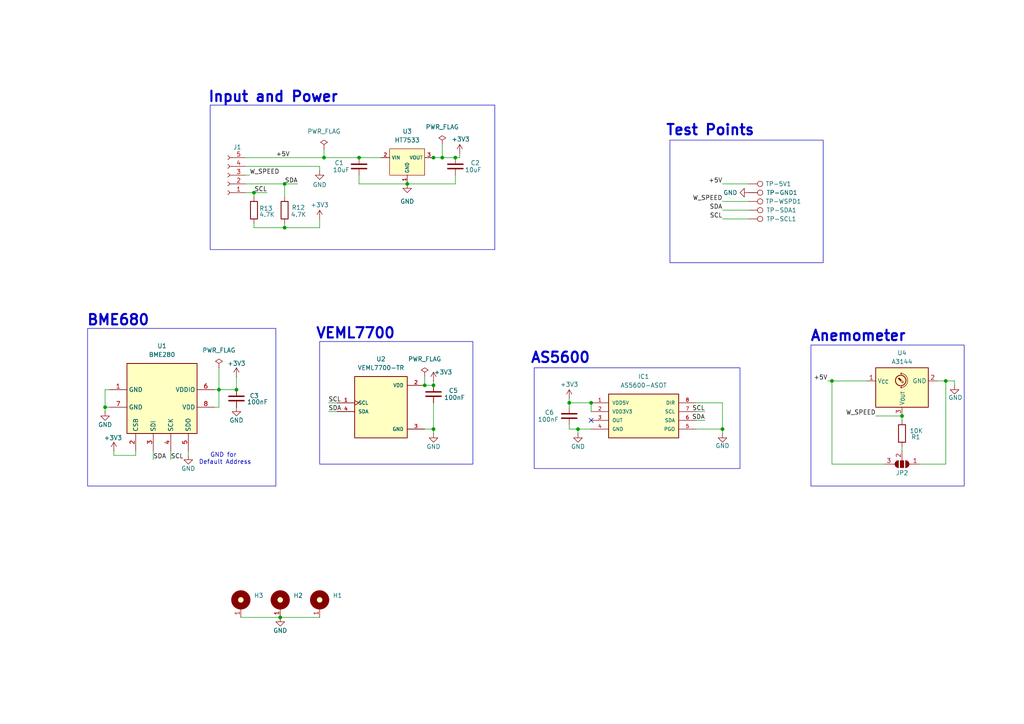
<source format=kicad_sch>
(kicad_sch (version 20250114) (generator "eeschema") (generator_version "9.0")
  (paper "A4")
  (lib_symbols
    (symbol "AS5600-ASOT:AS5600-ASOT" (pin_names (offset 1.016))
      (property "Reference" "IC" (at 6.35 5.08 0))
      (property "Value" "AS5600-ASOT" (at 6.35 -12.7 0))
      (symbol "AS5600-ASOT_0_0"
        (rectangle (start 5.08 -10.16) (end 25.4 2.54) (stroke (width 0.254)) (fill (type background)))
        (pin bidirectional line (at 0 0 0) (length 5.08) (name "VDD5V") (number "1"))
        (pin bidirectional line (at 0 -2.54 0) (length 5.08) (name "VDD3V3") (number "2"))
        (pin bidirectional line (at 0 -5.08 0) (length 5.08) (name "OUT") (number "3"))
        (pin bidirectional line (at 0 -7.62 0) (length 5.08) (name "GND") (number "4"))
        (pin bidirectional line (at 30.48 0 180) (length 5.08) (name "DIR") (number "8"))
        (pin bidirectional line (at 30.48 -2.54 180) (length 5.08) (name "SCL") (number "7"))
        (pin bidirectional line (at 30.48 -5.08 180) (length 5.08) (name "SDA") (number "6"))
        (pin bidirectional line (at 30.48 -7.62 180) (length 5.08) (name "PGO") (number "5"))
      )
    )
    (symbol "Connector:Conn_01x05_Socket" (pin_names (offset 1.016) (hide yes))
      (property "Reference" "J" (at 0 7.62 0))
      (property "Value" "Conn_01x05_Socket" (at 0 -7.62 0))
      (symbol "Conn_01x05_Socket_1_1"
        (polyline (pts (xy -1.27 5.08) (xy -0.508 5.08)) (stroke (width 0.1524)))
        (polyline (pts (xy -1.27 2.54) (xy -0.508 2.54)) (stroke (width 0.1524)))
        (polyline (pts (xy -1.27 0) (xy -0.508 0)) (stroke (width 0.1524)))
        (polyline (pts (xy -1.27 -2.54) (xy -0.508 -2.54)) (stroke (width 0.1524)))
        (polyline (pts (xy -1.27 -5.08) (xy -0.508 -5.08)) (stroke (width 0.1524)))
        (arc (start 0 4.572) (mid -0.5058 5.08) (end 0 5.588) (stroke (width 0.1524)))
        (arc (start 0 2.032) (mid -0.5058 2.54) (end 0 3.048) (stroke (width 0.1524)))
        (arc (start 0 -0.508) (mid -0.5058 0) (end 0 0.508) (stroke (width 0.1524)))
        (arc (start 0 -3.048) (mid -0.5058 -2.54) (end 0 -2.032) (stroke (width 0.1524)))
        (arc (start 0 -5.588) (mid -0.5058 -5.08) (end 0 -4.572) (stroke (width 0.1524)))
        (pin passive line (at -5.08 5.08 0) (length 3.81) (name "Pin_1") (number "1"))
        (pin passive line (at -5.08 2.54 0) (length 3.81) (name "Pin_2") (number "2"))
        (pin passive line (at -5.08 0 0) (length 3.81) (name "Pin_3") (number "3"))
        (pin passive line (at -5.08 -2.54 0) (length 3.81) (name "Pin_4") (number "4"))
        (pin passive line (at -5.08 -5.08 0) (length 3.81) (name "Pin_5") (number "5"))
      )
    )
    (symbol "Connector:TestPoint" (pin_numbers (hide yes)) (pin_names (offset 0.762) (hide yes))
      (property "Reference" "TP" (at 0 6.858 0))
      (property "Value" "TestPoint" (at 0 5.08 0))
      (symbol "TestPoint_0_1"
        (circle (center 0 3.302) (radius 0.762))
      )
      (symbol "TestPoint_1_1"
        (pin passive line (at 0 0 90) (length 2.54) (name "1") (number "1"))
      )
    )
    (symbol "Device:R" (pin_numbers (hide yes)) (pin_names (offset 0))
      (property "Reference" "R" (at 2.032 0 90))
      (property "Value" "R" (at 0 0 90))
      (symbol "R_0_1"
        (rectangle (start -1.016 -2.54) (end 1.016 2.54) (stroke (width 0.254)))
      )
      (symbol "R_1_1"
        (pin passive line (at 0 3.81 270) (length 1.27) (name "~") (number "1"))
        (pin passive line (at 0 -3.81 90) (length 1.27) (name "~") (number "2"))
      )
    )
    (symbol "Jumper:SolderJumper_3_Open" (pin_names (offset 0) (hide yes)) (in_bom no)
      (property "Reference" "JP" (at -2.54 -2.54 0))
      (property "Value" "SolderJumper_3_Open" (at 0 2.794 0))
      (symbol "SolderJumper_3_Open_0_1"
        (polyline (pts (xy -2.54 0) (xy -2.032 0)))
        (polyline (pts (xy -1.016 1.016) (xy -1.016 -1.016)))
        (arc (start -1.016 -1.016) (mid -2.0276 0) (end -1.016 1.016))
        (arc (start -1.016 -1.016) (mid -2.0276 0) (end -1.016 1.016) (fill (type outline)))
        (rectangle (start -0.508 1.016) (end 0.508 -1.016) (fill (type outline)))
        (polyline (pts (xy 0 -1.27) (xy 0 -1.016)))
        (arc (start 1.016 1.016) (mid 2.0276 0) (end 1.016 -1.016))
        (arc (start 1.016 1.016) (mid 2.0276 0) (end 1.016 -1.016) (fill (type outline)))
        (polyline (pts (xy 1.016 1.016) (xy 1.016 -1.016)))
        (polyline (pts (xy 2.54 0) (xy 2.032 0)))
      )
      (symbol "SolderJumper_3_Open_1_1"
        (pin passive line (at -5.08 0 0) (length 2.54) (name "A") (number "1"))
        (pin passive line (at 0 -3.81 90) (length 2.54) (name "C") (number "2"))
        (pin passive line (at 5.08 0 180) (length 2.54) (name "B") (number "3"))
      )
    )
    (symbol "PCM_JLCPCB-Power:LDO, 3.3V, 0.1A"
      (property "Reference" "U" (at 0 8.89 0))
      (property "Value" "HT7533" (at 0 6.35 0))
      (symbol "LDO, 3.3V, 0.1A_0_1"
        (rectangle (start -5.08 5.08) (end 5.08 -2.54) (fill (type background)))
      )
      (symbol "LDO, 3.3V, 0.1A_1_1"
        (pin unspecified line (at -7.62 2.54 0) (length 2.56) (name "VIN") (number "2"))
        (pin unspecified line (at 0 -5.08 90) (length 2.56) (name "GND") (number "1"))
        (pin unspecified line (at 7.62 2.54 180) (length 2.56) (name "VOUT") (number "3"))
      )
    )
    (symbol "PCM_SL_Devices:Capacitor_NP"
      (property "Reference" "C" (at 0 6.35 0))
      (property "Value" "Capacitor_NP" (at 0 3.81 0))
      (symbol "Capacitor_NP_0_1"
        (rectangle (start -0.762 2.286) (end -0.508 -2.286) (fill (type outline)))
        (rectangle (start 0.508 2.286) (end 0.762 -2.286) (fill (type outline)))
      )
      (symbol "Capacitor_NP_1_1"
        (pin passive line (at -2.54 0 0) (length 2) (name "~") (number "1"))
        (pin input line (at 2.54 0 180) (length 2) (name "~") (number "2"))
      )
    )
    (symbol "PCM_SL_Mechanical:MountingHole_M3_3.2mm_Pad"
      (property "Reference" "H" (at 0 7.62 0))
      (property "Value" "MountingHole_M3_3.2mm_Pad" (at 0 5.08 0))
      (symbol "MountingHole_M3_3.2mm_Pad_0_1"
        (circle (center 0 0) (radius 1.27) (fill (type background)))
        (circle (center 0 0) (radius 1.7961) (stroke (width 2)))
      )
      (symbol "MountingHole_M3_3.2mm_Pad_1_1"
        (pin passive line (at 0 -5.08 90) (length 2.54) (name "") (number "1"))
      )
    )
    (symbol "Sensor:BME280"
      (property "Reference" "U" (at -8.89 11.43 0))
      (property "Value" "BME280" (at 7.62 11.43 0))
      (symbol "BME280_0_1"
        (rectangle (start -10.16 10.16) (end 10.16 -10.16) (stroke (width 0.254)) (fill (type background)))
      )
      (symbol "BME280_1_1"
        (pin power_in line (at -2.54 15.24 270) (length 5.08) (name "VDDIO") (number "6"))
        (pin power_in line (at -2.54 -15.24 90) (length 5.08) (name "GND") (number "1"))
        (pin power_in line (at 2.54 15.24 270) (length 5.08) (name "VDD") (number "8"))
        (pin power_in line (at 2.54 -15.24 90) (length 5.08) (name "GND") (number "7"))
        (pin bidirectional line (at 15.24 7.62 180) (length 5.08) (name "SDO") (number "5"))
        (pin input line (at 15.24 2.54 180) (length 5.08) (name "SCK") (number "4"))
        (pin bidirectional line (at 15.24 -2.54 180) (length 5.08) (name "SDI") (number "3"))
        (pin input line (at 15.24 -7.62 180) (length 5.08) (name "CSB") (number "2"))
      )
    )
    (symbol "Sensor_Magnetic:A1302xUA"
      (property "Reference" "U" (at 0 11.43 0))
      (property "Value" "A1302xUA" (at 0 8.89 0))
      (symbol "A1302xUA_0_1"
        (rectangle (start -6.35 7.62) (end 5.08 -7.62) (stroke (width 0.254)) (fill (type background)))
        (polyline (pts (xy -4.699 0.381) (xy -4.953 0.127)))
        (polyline (pts (xy -4.699 0.381) (xy -4.445 0.127)))
        (polyline (pts (xy -3.4544 0.8382) (xy -2.8702 0.254) (xy -2.6162 0.508) (xy -3.2004 1.0922) (xy -3.4544 0.8382)) (fill (type outline)))
        (arc (start -0.635 0.381) (mid -2.667 -1.651) (end -4.699 0.381))
        (polyline (pts (xy -0.635 0.381) (xy -0.889 0.127)))
        (polyline (pts (xy -0.635 0.381) (xy -0.381 0.127)))
      )
      (symbol "A1302xUA_1_1"
        (circle (center -2.667 0.381) (radius 1.524) (stroke (width 0.254)))
        (polyline (pts (xy -2.6162 0.508) (xy -1.9304 -0.1778) (xy -2.1844 -0.4318) (xy -2.8702 0.254)))
        (pin power_in line (at -2.54 10.16 270) (length 2.54) (name "V_{CC}") (number "1"))
        (pin power_in line (at -2.54 -10.16 90) (length 2.54) (name "GND") (number "2"))
        (pin output line (at 7.62 0 180) (length 2.54) (name "V_{OUT}") (number "3"))
      )
    )
    (symbol "VEML7700-TR:VEML7700-TR" (pin_names (offset 1.016))
      (property "Reference" "U" (at -7.62 10.795 0))
      (property "Value" "VEML7700-TR" (at -7.62 -10.16 0))
      (symbol "VEML7700-TR_0_0"
        (rectangle (start -7.62 -7.62) (end 7.62 10.16) (stroke (width 0.254)) (fill (type background)))
        (pin input clock (at -12.7 2.54 0) (length 5.08) (name "SCL") (number "1"))
        (pin bidirectional line (at -12.7 0 0) (length 5.08) (name "SDA") (number "4"))
        (pin power_in line (at 12.7 7.62 180) (length 5.08) (name "VDD") (number "2"))
        (pin power_in line (at 12.7 -5.08 180) (length 5.08) (name "GND") (number "3"))
      )
    )
    (symbol "power:+3V3" (power) (pin_numbers (hide yes)) (pin_names (offset 0) (hide yes))
      (property "Value" "+3V3" (at 0 3.556 0))
      (symbol "+3V3_0_1"
        (polyline (pts (xy -0.762 1.27) (xy 0 2.54)))
        (polyline (pts (xy 0 2.54) (xy 0.762 1.27)))
        (polyline (pts (xy 0 0) (xy 0 2.54)))
      )
      (symbol "+3V3_1_1"
        (pin power_in line (at 0 0 90) (length 0) (name "~") (number "1"))
      )
    )
    (symbol "power:GND" (power) (pin_numbers (hide yes)) (pin_names (offset 0) (hide yes))
      (property "Value" "GND" (at 0 -3.81 0))
      (symbol "GND_0_1"
        (polyline (pts (xy 0 0) (xy 0 -1.27) (xy 1.27 -1.27) (xy 0 -2.54) (xy -1.27 -1.27) (xy 0 -1.27)))
      )
      (symbol "GND_1_1"
        (pin power_in line (at 0 0 270) (length 0) (name "~") (number "1"))
      )
    )
    (symbol "power:PWR_FLAG" (power) (pin_numbers (hide yes)) (pin_names (offset 0) (hide yes))
      (property "Value" "PWR_FLAG" (at 0 3.81 0))
      (symbol "PWR_FLAG_0_0"
        (pin power_out line (at 0 0 90) (length 0) (name "~") (number "1"))
      )
      (symbol "PWR_FLAG_0_1"
        (polyline (pts (xy 0 0) (xy 0 1.27) (xy -1.016 1.905) (xy 0 2.54) (xy 1.016 1.905) (xy 0 1.27)))
      )
    )
  )
  (rectangle (start 154.94 106.68) (end 214.63 135.89))
  (rectangle (start 194.31 40.64) (end 238.76 76.2))
  (rectangle (start 92.71 99.06) (end 137.16 134.62))
  (rectangle (start 235.204 100.076) (end 279.654 140.97))
  (rectangle (start 60.96 30.48) (end 143.51 72.39))
  (rectangle (start 25.4 95.25) (end 80.01 140.97))
  (text "Anemometer" (at 248.92 97.536 0) (effects (font (size 3 3) (thickness 0.6) (bold yes))))
  (text "AS5600" (at 162.56 103.886 0) (effects (font (size 3 3) (thickness 0.6) (bold yes))))
  (text "VEML7700\n" (at 103.124 96.774 0) (effects (font (size 3 3) (thickness 0.6) (bold yes))))
  (text "Input and Power" (at 79.248 28.194 0) (effects (font (size 3 3) (thickness 0.6) (bold yes))))
  (text "GND for \nDefault Address" (at 65.278 133.096 0) (effects (font (size 1.27 1.27))))
  (text "BME680\n" (at 34.29 92.964 0) (effects (font (size 3 3) (thickness 0.6) (bold yes))))
  (text "Test Points" (at 205.994 37.846 0) (effects (font (size 3 3) (thickness 0.6) (bold yes))))
  (junction (at 118.11 53.34))
  (junction (at 82.55 66.04))
  (junction (at 261.62 120.65))
  (junction (at 171.45 116.84))
  (junction (at 123.19 111.76))
  (junction (at 167.64 124.46))
  (junction (at 93.98 45.72))
  (junction (at 81.28 179.07))
  (junction (at 82.55 53.34))
  (junction (at 128.27 45.72))
  (junction (at 132.08 45.72))
  (junction (at 104.14 45.72))
  (junction (at 63.5 113.03))
  (junction (at 68.58 113.03))
  (junction (at 241.3 110.49))
  (junction (at 125.73 45.72))
  (junction (at 30.48 118.11))
  (junction (at 125.73 111.76))
  (junction (at 165.1 116.84))
  (junction (at 209.55 124.46))
  (junction (at 73.66 55.88))
  (junction (at 274.32 110.49))
  (junction (at 125.73 124.46))
  (no_connect (at 171.45 121.92))
  (wire (pts (xy 165.1 123.19) (xy 165.1 124.46)))
  (wire (pts (xy 92.71 48.26) (xy 92.71 49.53)))
  (wire (pts (xy 133.35 44.45) (xy 133.35 45.72)))
  (wire (pts (xy 73.66 55.88) (xy 71.12 55.88)))
  (wire (pts (xy 30.48 113.03) (xy 31.75 113.03)))
  (wire (pts (xy 167.64 125.73) (xy 167.64 124.46)))
  (wire (pts (xy 73.66 66.04) (xy 73.66 64.77)))
  (wire (pts (xy 240.03 110.49) (xy 241.3 110.49)))
  (wire (pts (xy 54.61 130.81) (xy 54.61 132.08)))
  (wire (pts (xy 274.32 110.49) (xy 274.32 134.62)))
  (wire (pts (xy 73.66 55.88) (xy 73.66 57.15)))
  (wire (pts (xy 39.37 132.08) (xy 33.02 132.08)))
  (wire (pts (xy 82.55 53.34) (xy 82.55 57.15)))
  (wire (pts (xy 165.1 116.84) (xy 165.1 118.11)))
  (wire (pts (xy 171.45 116.84) (xy 165.1 116.84)))
  (wire (pts (xy 125.73 116.84) (xy 125.73 124.46)))
  (wire (pts (xy 68.58 109.22) (xy 68.58 113.03)))
  (wire (pts (xy 30.48 118.11) (xy 31.75 118.11)))
  (wire (pts (xy 165.1 115.57) (xy 165.1 116.84)))
  (wire (pts (xy 132.08 45.72) (xy 133.35 45.72)))
  (wire (pts (xy 125.73 45.72) (xy 128.27 45.72)))
  (wire (pts (xy 266.7 134.62) (xy 274.32 134.62)))
  (wire (pts (xy 93.98 43.18) (xy 93.98 45.72)))
  (wire (pts (xy 261.62 121.92) (xy 261.62 120.65)))
  (wire (pts (xy 276.86 110.49) (xy 276.86 111.76)))
  (wire (pts (xy 82.55 66.04) (xy 92.71 66.04)))
  (wire (pts (xy 63.5 113.03) (xy 68.58 113.03)))
  (wire (pts (xy 125.73 45.72) (xy 124.46 45.72)))
  (wire (pts (xy 209.55 58.42) (xy 217.17 58.42)))
  (wire (pts (xy 125.73 124.46) (xy 125.73 125.73)))
  (wire (pts (xy 128.27 41.91) (xy 128.27 45.72)))
  (wire (pts (xy 132.08 45.72) (xy 128.27 45.72)))
  (wire (pts (xy 104.14 53.34) (xy 118.11 53.34)))
  (wire (pts (xy 241.3 134.62) (xy 241.3 110.49)))
  (wire (pts (xy 254 120.65) (xy 261.62 120.65)))
  (wire (pts (xy 201.93 124.46) (xy 209.55 124.46)))
  (wire (pts (xy 125.73 110.49) (xy 125.73 111.76)))
  (wire (pts (xy 123.19 124.46) (xy 125.73 124.46)))
  (wire (pts (xy 123.19 109.22) (xy 123.19 111.76)))
  (wire (pts (xy 276.86 110.49) (xy 274.32 110.49)))
  (wire (pts (xy 39.37 132.08) (xy 39.37 130.81)))
  (wire (pts (xy 77.47 55.88) (xy 73.66 55.88)))
  (wire (pts (xy 33.02 132.08) (xy 33.02 130.81)))
  (wire (pts (xy 209.55 60.96) (xy 217.17 60.96)))
  (wire (pts (xy 93.98 45.72) (xy 104.14 45.72)))
  (wire (pts (xy 271.78 110.49) (xy 274.32 110.49)))
  (wire (pts (xy 171.45 116.84) (xy 171.45 119.38)))
  (wire (pts (xy 201.93 119.38) (xy 204.47 119.38)))
  (wire (pts (xy 30.48 113.03) (xy 30.48 118.11)))
  (wire (pts (xy 201.93 121.92) (xy 204.47 121.92)))
  (wire (pts (xy 132.08 53.34) (xy 132.08 50.8)))
  (wire (pts (xy 49.53 130.81) (xy 49.53 133.35)))
  (wire (pts (xy 118.11 53.34) (xy 132.08 53.34)))
  (wire (pts (xy 256.54 134.62) (xy 241.3 134.62)))
  (wire (pts (xy 71.12 45.72) (xy 93.98 45.72)))
  (wire (pts (xy 201.93 116.84) (xy 209.55 116.84)))
  (wire (pts (xy 82.55 53.34) (xy 71.12 53.34)))
  (wire (pts (xy 82.55 53.34) (xy 86.36 53.34)))
  (wire (pts (xy 209.55 53.34) (xy 217.17 53.34)))
  (wire (pts (xy 30.48 119.38) (xy 30.48 118.11)))
  (wire (pts (xy 63.5 113.03) (xy 63.5 118.11)))
  (wire (pts (xy 104.14 50.8) (xy 104.14 53.34)))
  (wire (pts (xy 63.5 113.03) (xy 62.23 113.03)))
  (wire (pts (xy 209.55 116.84) (xy 209.55 124.46)))
  (wire (pts (xy 241.3 110.49) (xy 251.46 110.49)))
  (wire (pts (xy 209.55 124.46) (xy 209.55 125.73)))
  (wire (pts (xy 44.45 130.81) (xy 44.45 133.35)))
  (wire (pts (xy 63.5 106.68) (xy 63.5 113.03)))
  (wire (pts (xy 81.28 179.07) (xy 92.71 179.07)))
  (wire (pts (xy 167.64 124.46) (xy 171.45 124.46)))
  (wire (pts (xy 104.14 45.72) (xy 110.49 45.72)))
  (wire (pts (xy 71.12 48.26) (xy 92.71 48.26)))
  (wire (pts (xy 261.62 129.54) (xy 261.62 130.81)))
  (wire (pts (xy 69.85 179.07) (xy 81.28 179.07)))
  (wire (pts (xy 72.39 50.8) (xy 71.12 50.8)))
  (wire (pts (xy 123.19 111.76) (xy 125.73 111.76)))
  (wire (pts (xy 82.55 66.04) (xy 73.66 66.04)))
  (wire (pts (xy 209.55 63.5) (xy 217.17 63.5)))
  (wire (pts (xy 63.5 118.11) (xy 62.23 118.11)))
  (wire (pts (xy 95.25 116.84) (xy 97.79 116.84)))
  (wire (pts (xy 82.55 66.04) (xy 82.55 64.77)))
  (wire (pts (xy 165.1 124.46) (xy 167.64 124.46)))
  (wire (pts (xy 92.71 63.5) (xy 92.71 66.04)))
  (wire (pts (xy 95.25 119.38) (xy 97.79 119.38)))
  (label "SDA" (at 204.47 121.92 180))
  (label "W_SPEED" (at 72.39 50.8 0))
  (label "W_SPEED" (at 209.55 58.42 180))
  (label "SDA" (at 95.25 119.38 0))
  (label "SDA" (at 44.45 133.35 0))
  (label "SCL" (at 95.25 116.84 0))
  (label "SDA" (at 209.55 60.96 180))
  (label "+5V" (at 209.55 53.34 180))
  (label "SCL" (at 209.55 63.5 180))
  (label "+5V" (at 240.03 110.49 180))
  (label "+5V" (at 80.01 45.72 0))
  (label "SCL" (at 49.53 133.35 0))
  (label "W_SPEED" (at 254 120.65 180))
  (label "SDA" (at 86.36 53.34 180))
  (label "SCL" (at 204.47 119.38 180))
  (label "SCL" (at 77.47 55.88 180))
  (symbol (lib_id "power:+3V3") (at 68.58 109.22 0) (unit 1)
    (property "Reference" "#PWR09" (effects (hide yes)))
    (property "Value" "+3V3" (at 68.58 105.41 0))
    (property "Description" "Power symbol creates a global label with name \"+3V3\"" (effects (hide yes)))
  )
  (symbol (lib_id "Sensor:BME280") (at 46.99 115.57 270) (unit 1)
    (property "Reference" "U1" (at 46.99 100.33 90))
    (property "Value" "BME280" (at 46.99 102.87 90))
    (property "Footprint" "Package_LGA:Bosch_LGA-8_2.5x2.5mm_P0.65mm_ClockwisePinNumbering" (effects (hide yes)))
    (property "Datasheet" "https://www.bosch-sensortec.com/media/boschsensortec/downloads/datasheets/bst-bme280-ds002.pdf" (effects (hide yes)))
    (property "Description" "3-in-1 sensor, humidity, pressure, temperature, I2C and SPI interface, 1.71-3.6V, LGA-8" (effects (hide yes)))
  )
  (symbol (lib_id "PCM_SL_Devices:Capacitor_NP") (at 68.58 115.57 270) (mirror x) (unit 1)
    (property "Reference" "C3" (at 72.39 114.808 90) (effects (justify left)))
    (property "Value" "100nF" (at 71.628 116.586 90) (effects (justify left)))
    (property "Footprint" "Capacitor_SMD:C_1206_3216Metric_Pad1.33x1.80mm_HandSolder" (effects (hide yes)))
    (property "Description" "Unpolarized Capacitor" (effects (hide yes)))
  )
  (symbol (lib_id "Connector:TestPoint") (at 217.17 53.34 270) (unit 1)
    (property "Reference" "TP-5V1" (at 221.996 53.34 90) (effects (justify left)))
    (property "Value" "TestPoint" (effects (hide yes)))
    (property "Footprint" "TestPoint:TestPoint_THTPad_D1.5mm_Drill0.7mm" (effects (hide yes)))
    (property "Description" "test point" (effects (hide yes)))
  )
  (symbol (lib_id "Connector:TestPoint") (at 217.17 60.96 270) (unit 1)
    (property "Reference" "TP-SDA1" (at 222.25 60.96 90) (effects (justify left)))
    (property "Value" "TestPoint" (effects (hide yes)))
    (property "Footprint" "TestPoint:TestPoint_THTPad_D1.5mm_Drill0.7mm" (effects (hide yes)))
    (property "Description" "test point" (effects (hide yes)))
  )
  (symbol (lib_id "power:GND") (at 68.58 118.11 0) (unit 1)
    (property "Reference" "#PWR02" (effects (hide yes)))
    (property "Value" "GND" (at 68.58 121.92 0))
    (property "Description" "Power symbol creates a global label with name \"GND\" , ground" (effects (hide yes)))
  )
  (symbol (lib_id "power:GND") (at 217.17 55.88 270) (mirror x) (unit 1)
    (property "Reference" "#PWR03" (effects (hide yes)))
    (property "Value" "GND" (at 211.836 55.88 90))
    (property "Description" "Power symbol creates a global label with name \"GND\" , ground" (effects (hide yes)))
  )
  (symbol (lib_id "Device:R") (at 261.62 125.73 180) (unit 1)
    (property "Reference" "R1" (at 266.954 126.746 0) (effects (justify left)))
    (property "Value" "10K" (at 267.716 124.968 0) (effects (justify left)))
    (property "Footprint" "Resistor_SMD:R_1206_3216Metric" (effects (hide yes)))
    (property "Description" "Resistor" (effects (hide yes)))
  )
  (symbol (lib_id "power:+3V3") (at 33.02 130.81 0) (unit 1)
    (property "Reference" "#PWR010" (effects (hide yes)))
    (property "Value" "+3V3" (at 32.766 127 0))
    (property "Description" "Power symbol creates a global label with name \"+3V3\"" (effects (hide yes)))
  )
  (symbol (lib_id "Connector:Conn_01x05_Socket") (at 66.04 50.8 180) (unit 1)
    (property "Reference" "J1" (at 68.834 42.672 0))
    (property "Value" "Conn_01x05_Socket" (effects (hide yes)))
    (property "Footprint" "Connector_Hirose:Hirose_DF13-05P-1.25DSA_1x05_P1.25mm_Vertical" (effects (hide yes)))
    (property "Description" "Generic connector, single row, 01x05, script generated" (effects (hide yes)))
  )
  (symbol (lib_id "power:PWR_FLAG") (at 93.98 43.18 0) (unit 1)
    (property "Reference" "#FLG06" (effects (hide yes)))
    (property "Value" "PWR_FLAG" (at 93.98 38.1 0))
    (property "Description" "Special symbol for telling ERC where power comes from" (effects (hide yes)))
  )
  (symbol (lib_id "power:PWR_FLAG") (at 128.27 41.91 0) (unit 1)
    (property "Reference" "#FLG01" (effects (hide yes)))
    (property "Value" "PWR_FLAG" (at 128.27 36.83 0))
    (property "Description" "Special symbol for telling ERC where power comes from" (effects (hide yes)))
  )
  (symbol (lib_id "PCM_SL_Mechanical:MountingHole_M3_3.2mm_Pad") (at 92.71 173.99 0) (unit 1)
    (property "Reference" "H1" (at 96.52 172.7199 0) (effects (justify left)))
    (property "Value" "MountingHole_M3_3.2mm_Pad" (effects (hide yes)))
    (property "Footprint" "MountingHole:MountingHole_3.2mm_M3_ISO7380_Pad" (effects (hide yes)))
    (property "Description" "3.2mm Diameter Mounting Hole Pad (M3)" (effects (hide yes)))
  )
  (symbol (lib_id "AS5600-ASOT:AS5600-ASOT") (at 171.45 116.84 0) (unit 1)
    (property "Reference" "IC1" (at 186.69 109.22 0))
    (property "Value" "AS5600-ASOT" (at 186.69 111.76 0))
    (property "Footprint" "AS5600-ASOT:SOIC127P600X175-8N" (effects (hide yes)))
    (property "MANUFACTURER_NAME" "ams" (effects (hide yes)))
    (property "MF" "ams" (effects (hide yes)))
    (property "MOUSER_PRICE-STOCK" "https://www.mouser.co.uk/ProductDetail/ams/AS5600-ASOT?qs=KTMMzrZdriGJpjhsnAEYBA%3D%3D" (effects (hide yes)))
    (property "DESCRIPTION" "Board Mount Hall Effect / Magnetic Sensors AS5600 Magnetic Sensor 12-Bit" (effects (hide yes)))
    (property "MOUSER_PART_NUMBER" "985-AS5600-ASOT" (effects (hide yes)))
    (property "Price" "None" (effects (hide yes)))
    (property "Package" "SOIC-8 ams" (effects (hide yes)))
    (property "Check_prices" "https://www.snapeda.com/parts/AS5600-ASOT/ams/view-part/?ref=eda" (effects (hide yes)))
    (property "HEIGHT" "1.75mm" (effects (hide yes)))
    (property "MP" "AS5600-ASOT" (effects (hide yes)))
    (property "SnapEDA_Link" "https://www.snapeda.com/parts/AS5600-ASOT/ams/view-part/?ref=snap" (effects (hide yes)))
    (property "ARROW_PRICE-STOCK" "https://www.arrow.com/en/products/as5600-asot/ams-ag?region=nac" (effects (hide yes)))
    (property "ARROW_PART_NUMBER" "AS5600-ASOT" (effects (hide yes)))
    (property "Description_1" "Hall Effect Sensor Angle External Magnet, Not Included Gull Wing" (effects (hide yes)))
    (property "Availability" "In Stock" (effects (hide yes)))
    (property "MANUFACTURER_PART_NUMBER" "AS5600-ASOT" (effects (hide yes)))
  )
  (symbol (lib_id "power:GND") (at 209.55 125.73 0) (mirror y) (unit 1)
    (property "Reference" "#PWR013" (effects (hide yes)))
    (property "Value" "GND" (at 209.55 129.286 0))
    (property "Description" "Power symbol creates a global label with name \"GND\" , ground" (effects (hide yes)))
  )
  (symbol (lib_id "power:+3V3") (at 165.1 115.57 0) (unit 1)
    (property "Reference" "#PWR015" (effects (hide yes)))
    (property "Value" "+3V3" (at 165.1 111.506 0))
    (property "Description" "Power symbol creates a global label with name \"+3V3\"" (effects (hide yes)))
  )
  (symbol (lib_id "power:PWR_FLAG") (at 123.19 109.22 0) (unit 1)
    (property "Reference" "#FLG05" (effects (hide yes)))
    (property "Value" "PWR_FLAG" (at 123.19 104.14 0))
    (property "Description" "Special symbol for telling ERC where power comes from" (effects (hide yes)))
  )
  (symbol (lib_id "PCM_SL_Mechanical:MountingHole_M3_3.2mm_Pad") (at 81.28 173.99 0) (unit 1)
    (property "Reference" "H2" (at 85.09 172.7199 0) (effects (justify left)))
    (property "Value" "MountingHole_M3_3.2mm_Pad" (effects (hide yes)))
    (property "Footprint" "MountingHole:MountingHole_3.2mm_M3_ISO7380_Pad" (effects (hide yes)))
    (property "Description" "3.2mm Diameter Mounting Hole Pad (M3)" (effects (hide yes)))
  )
  (symbol (lib_id "power:GND") (at 81.28 179.07 0) (unit 1)
    (property "Reference" "#PWR022" (effects (hide yes)))
    (property "Value" "GND" (at 81.28 182.88 0))
    (property "Description" "Power symbol creates a global label with name \"GND\" , ground" (effects (hide yes)))
  )
  (symbol (lib_id "power:GND") (at 30.48 119.38 0) (unit 1)
    (property "Reference" "#PWR06" (effects (hide yes)))
    (property "Value" "GND" (at 30.48 123.19 0))
    (property "Description" "Power symbol creates a global label with name \"GND\" , ground" (effects (hide yes)))
  )
  (symbol (lib_id "PCM_SL_Devices:Capacitor_NP") (at 104.14 48.26 90) (unit 1)
    (property "Reference" "C1" (at 97.028 47.2439 90) (effects (justify right)))
    (property "Value" "10uF" (at 96.52 49.276 90) (effects (justify right)))
    (property "Footprint" "Capacitor_SMD:C_1206_3216Metric_Pad1.33x1.80mm_HandSolder" (effects (hide yes)))
    (property "Description" "Unpolarized Capacitor" (effects (hide yes)))
  )
  (symbol (lib_id "PCM_SL_Devices:Capacitor_NP") (at 165.1 120.65 90) (unit 1)
    (property "Reference" "C6" (at 157.988 119.6339 90) (effects (justify right)))
    (property "Value" "100nF" (at 155.956 121.666 90) (effects (justify right)))
    (property "Footprint" "Capacitor_SMD:C_1206_3216Metric_Pad1.33x1.80mm_HandSolder" (effects (hide yes)))
    (property "Description" "Unpolarized Capacitor" (effects (hide yes)))
  )
  (symbol (lib_id "Jumper:SolderJumper_3_Open") (at 261.62 134.62 180) (unit 1) (in_bom no)
    (property "Reference" "JP2" (at 261.62 137.16 0))
    (property "Value" "SolderJumper_3_Open" (effects (hide yes)))
    (property "Footprint" "Jumper:SolderJumper-3_P1.3mm_Open_RoundedPad1.0x1.5mm" (effects (hide yes)))
    (property "Description" "Solder Jumper, 3-pole, open" (effects (hide yes)))
  )
  (symbol (lib_id "PCM_SL_Devices:Capacitor_NP") (at 125.73 114.3 270) (mirror x) (unit 1)
    (property "Reference" "C5" (at 132.842 113.2839 90) (effects (justify right)))
    (property "Value" "100nF" (at 134.874 115.316 90) (effects (justify right)))
    (property "Footprint" "Capacitor_SMD:C_1206_3216Metric_Pad1.33x1.80mm_HandSolder" (effects (hide yes)))
    (property "Description" "Unpolarized Capacitor" (effects (hide yes)))
  )
  (symbol (lib_id "power:GND") (at 276.86 111.76 0) (unit 1)
    (property "Reference" "#PWR01" (effects (hide yes)))
    (property "Value" "GND" (at 277.114 115.316 0))
    (property "Description" "Power symbol creates a global label with name \"GND\" , ground" (effects (hide yes)))
  )
  (symbol (lib_id "Connector:TestPoint") (at 217.17 58.42 270) (unit 1)
    (property "Reference" "TP-WSPD1" (at 221.996 58.42 90) (effects (justify left)))
    (property "Value" "TestPoint" (effects (hide yes)))
    (property "Footprint" "TestPoint:TestPoint_THTPad_D1.5mm_Drill0.7mm" (effects (hide yes)))
    (property "Description" "test point" (effects (hide yes)))
  )
  (symbol (lib_id "power:GND") (at 92.71 49.53 0) (mirror y) (unit 1)
    (property "Reference" "#PWR014" (effects (hide yes)))
    (property "Value" "GND" (at 92.71 53.594 0))
    (property "Description" "Power symbol creates a global label with name \"GND\" , ground" (effects (hide yes)))
  )
  (symbol (lib_id "Sensor_Magnetic:A1302xUA") (at 261.62 113.03 90) (mirror x) (unit 1)
    (property "Reference" "U4" (at 261.62 102.362 90))
    (property "Value" "A3144" (at 261.62 104.902 90))
    (property "Footprint" "Package_TO_SOT_THT:TO-92S" (effects (hide yes)))
    (property "Datasheet" "http://www.allegromicro.com/~/media/Files/Datasheets/A1301-2-Datasheet.ashx" (effects (hide yes)))
    (property "Description" "Linear Hall Effect Sensor, 1.3 mV/G, 4.5-6.0V supply, TO-92S (3-pin SIP)" (effects (hide yes)))
  )
  (symbol (lib_id "PCM_SL_Devices:Capacitor_NP") (at 132.08 48.26 270) (mirror x) (unit 1)
    (property "Reference" "C2" (at 139.192 47.2439 90) (effects (justify right)))
    (property "Value" "10uF" (at 139.7 49.276 90) (effects (justify right)))
    (property "Footprint" "Capacitor_SMD:C_1206_3216Metric_Pad1.33x1.80mm_HandSolder" (effects (hide yes)))
    (property "Description" "Unpolarized Capacitor" (effects (hide yes)))
  )
  (symbol (lib_id "PCM_SL_Mechanical:MountingHole_M3_3.2mm_Pad") (at 69.85 173.99 0) (unit 1)
    (property "Reference" "H3" (at 73.66 172.7199 0) (effects (justify left)))
    (property "Value" "MountingHole_M3_3.2mm_Pad" (effects (hide yes)))
    (property "Footprint" "MountingHole:MountingHole_3.2mm_M3_ISO7380_Pad" (effects (hide yes)))
    (property "Description" "3.2mm Diameter Mounting Hole Pad (M3)" (effects (hide yes)))
  )
  (symbol (lib_id "power:GND") (at 125.73 125.73 0) (unit 1)
    (property "Reference" "#PWR011" (effects (hide yes)))
    (property "Value" "GND" (at 125.73 129.54 0))
    (property "Description" "Power symbol creates a global label with name \"GND\" , ground" (effects (hide yes)))
  )
  (symbol (lib_id "Device:R") (at 82.55 60.96 0) (mirror y) (unit 1)
    (property "Reference" "R12" (at 84.582 60.198 0) (effects (justify right)))
    (property "Value" "4.7K" (at 84.328 62.23 0) (effects (justify right)))
    (property "Footprint" "Resistor_SMD:R_1206_3216Metric" (effects (hide yes)))
    (property "Description" "Resistor" (effects (hide yes)))
  )
  (symbol (lib_id "power:+3V3") (at 133.35 44.45 0) (unit 1)
    (property "Reference" "#PWR05" (effects (hide yes)))
    (property "Value" "+3V3" (at 133.604 40.386 0))
    (property "Description" "Power symbol creates a global label with name \"+3V3\"" (effects (hide yes)))
  )
  (symbol (lib_id "power:GND") (at 118.11 53.34 0) (unit 1)
    (property "Reference" "#PWR04" (effects (hide yes)))
    (property "Value" "GND" (at 118.11 58.42 0))
    (property "Description" "Power symbol creates a global label with name \"GND\" , ground" (effects (hide yes)))
  )
  (symbol (lib_id "Connector:TestPoint") (at 217.17 55.88 270) (unit 1)
    (property "Reference" "TP-GND1" (at 222.25 55.88 90) (effects (justify left)))
    (property "Value" "TestPoint" (effects (hide yes)))
    (property "Footprint" "TestPoint:TestPoint_THTPad_D1.5mm_Drill0.7mm" (effects (hide yes)))
    (property "Description" "test point" (effects (hide yes)))
  )
  (symbol (lib_id "power:+3V3") (at 92.71 63.5 0) (unit 1)
    (property "Reference" "#PWR027" (effects (hide yes)))
    (property "Value" "+3V3" (at 92.71 59.436 0))
    (property "Description" "Power symbol creates a global label with name \"+3V3\"" (effects (hide yes)))
  )
  (symbol (lib_id "power:PWR_FLAG") (at 63.5 106.68 0) (unit 1)
    (property "Reference" "#FLG03" (effects (hide yes)))
    (property "Value" "PWR_FLAG" (at 63.5 101.6 0))
    (property "Description" "Special symbol for telling ERC where power comes from" (effects (hide yes)))
  )
  (symbol (lib_id "power:GND") (at 167.64 125.73 0) (unit 1)
    (property "Reference" "#PWR012" (effects (hide yes)))
    (property "Value" "GND" (at 167.64 129.54 0))
    (property "Description" "Power symbol creates a global label with name \"GND\" , ground" (effects (hide yes)))
  )
  (symbol (lib_id "Connector:TestPoint") (at 217.17 63.5 270) (unit 1)
    (property "Reference" "TP-SCL1" (at 222.25 63.5 90) (effects (justify left)))
    (property "Value" "TestPoint" (effects (hide yes)))
    (property "Footprint" "TestPoint:TestPoint_THTPad_D1.5mm_Drill0.7mm" (effects (hide yes)))
    (property "Description" "test point" (effects (hide yes)))
  )
  (symbol (lib_id "power:+3V3") (at 125.73 110.49 0) (unit 1)
    (property "Reference" "#PWR021" (effects (hide yes)))
    (property "Value" "+3V3" (at 128.524 107.95 0))
    (property "Description" "Power symbol creates a global label with name \"+3V3\"" (effects (hide yes)))
  )
  (symbol (lib_id "power:GND") (at 54.61 132.08 0) (unit 1)
    (property "Reference" "#PWR08" (effects (hide yes)))
    (property "Value" "GND" (at 54.61 135.89 0))
    (property "Description" "Power symbol creates a global label with name \"GND\" , ground" (effects (hide yes)))
  )
  (symbol (lib_id "Device:R") (at 73.66 60.96 0) (mirror y) (unit 1)
    (property "Reference" "R13" (at 75.184 60.452 0) (effects (justify right)))
    (property "Value" "4.7K" (at 75.184 62.23 0) (effects (justify right)))
    (property "Footprint" "Resistor_SMD:R_1206_3216Metric" (effects (hide yes)))
    (property "Description" "Resistor" (effects (hide yes)))
  )
  (symbol (lib_id "PCM_JLCPCB-Power:LDO, 3.3V, 0.1A") (at 118.11 48.26 0) (unit 1)
    (property "Reference" "U3" (at 118.11 38.1 0))
    (property "Value" "HT7533" (at 118.11 40.64 0))
    (property "Footprint" "PCM_JLCPCB:SOT-89-3_L4.5-W2.5-P1.50-LS4.2-BR" (effects (hide yes)))
    (property "Datasheet" "https://www.lcsc.com/datasheet/lcsc_datasheet_2312191111_Holtek-Semicon-HT7533-1_C14289.pdf" (effects (hide yes)))
    (property "Description" "100mA Fixed 3.3V Positive electrode 30V SOT-89-3 Voltage Regulators - Linear, Low Drop Out (LDO) Regulators ROHS" (effects (hide yes)))
    (property "LCSC" "C14289" (effects (hide yes)))
    (property "Stock" "103659" (effects (hide yes)))
    (property "Price" "0.113USD" (effects (hide yes)))
    (property "Process" "SMT" (effects (hide yes)))
    (property "Minimum Qty" "5" (effects (hide yes)))
    (property "Attrition Qty" "2" (effects (hide yes)))
    (property "Class" "Basic Component" (effects (hide yes)))
    (property "Category" "Power Management ICs,Linear Voltage Regulators (LDO)" (effects (hide yes)))
    (property "Manufacturer" "Holtek Semicon" (effects (hide yes)))
    (property "Part" "HT7533-1" (effects (hide yes)))
    (property "Number Of Outputs" "1" (effects (hide yes)))
    (property "Output Voltage" "3.3V" (effects (hide yes)))
    (property "Dropout Voltage" "55mV@(1mA)" (effects (hide yes)))
    (property "Output Current" "100mA" (effects (hide yes)))
    (property "Output Type" "Fixed" (effects (hide yes)))
    (property "Maximum Input Voltage" "30V" (effects (hide yes)))
    (property "Output Polarity" "Positive electrode" (effects (hide yes)))
  )
  (symbol (lib_id "VEML7700-TR:VEML7700-TR") (at 110.49 119.38 0) (unit 1)
    (property "Reference" "U2" (at 110.49 104.14 0))
    (property "Value" "VEML7700-TR" (at 110.49 106.68 0))
    (property "Footprint" "VEML7700-TR:XDCR_VEML7700-TR" (effects (hide yes)))
    (property "DigiKey_Part_Number" "VEML7700CT-ND" (effects (hide yes)))
    (property "SnapEDA_Link" "https://www.snapeda.com/parts/VEML7700-TR/Vishay+Semiconductor+Opto+Division/view-part/?ref=snap" (effects (hide yes)))
    (property "MAXIMUM_PACKAGE_HEIGHT" "3 mm" (effects (hide yes)))
    (property "Package" "Package" (effects (hide yes)))
    (property "Check_prices" "https://www.snapeda.com/parts/VEML7700-TR/Vishay+Semiconductor+Opto+Division/view-part/?ref=eda" (effects (hide yes)))
    (property "STANDARD" "Manufacturer Recommendations" (effects (hide yes)))
    (property "PARTREV" "1.6" (effects (hide yes)))
    (property "MF" "Vishay" (effects (hide yes)))
    (property "MP" "VEML7700-TR" (effects (hide yes)))
    (property "Description_1" "Optical Sensor Ambient 545nm I2C 4-SMD, J-Lead" (effects (hide yes)))
    (property "MANUFACTURER" "Vishay" (effects (hide yes)))
    (property "SNAPEDA_PN" "VEML7700-TR" (effects (hide yes)))
  )
)
</source>
